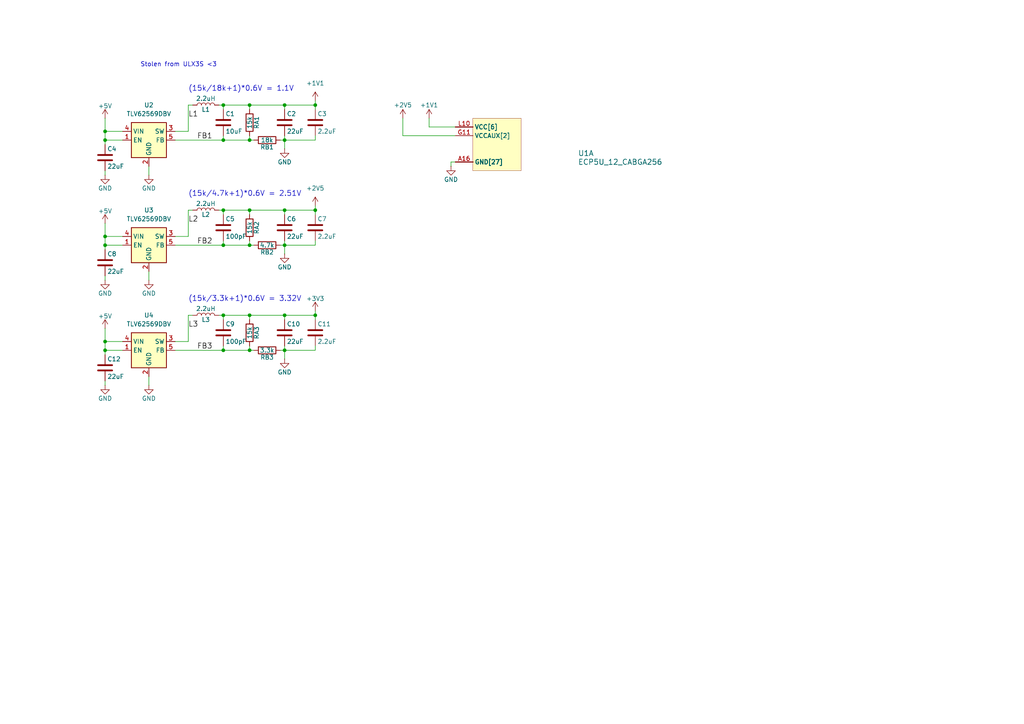
<source format=kicad_sch>
(kicad_sch (version 20250114) (generator "eeschema") (generator_version "9.0")
  (paper "A4")
  (lib_symbols
    (symbol "+1V1_1" (power) (pin_numbers (hide yes)) (pin_names (offset 0) (hide yes))
      (property "Value" "+1V1" (at 0 3.556 0))
      (symbol "+1V1_1_0_1"
        (polyline (pts (xy -0.762 1.27) (xy 0 2.54)))
        (polyline (pts (xy 0 2.54) (xy 0.762 1.27)))
        (polyline (pts (xy 0 0) (xy 0 2.54)))
      )
      (symbol "+1V1_1_1_1"
        (pin power_in line (at 0 0 90) (length 0) (name "~") (number "1"))
      )
    )
    (symbol "+2V5_1" (power) (pin_numbers (hide yes)) (pin_names (offset 0) (hide yes))
      (property "Value" "+2V5" (at 0 3.556 0))
      (symbol "+2V5_1_0_1"
        (polyline (pts (xy -0.762 1.27) (xy 0 2.54)))
        (polyline (pts (xy 0 2.54) (xy 0.762 1.27)))
        (polyline (pts (xy 0 0) (xy 0 2.54)))
      )
      (symbol "+2V5_1_1_1"
        (pin power_in line (at 0 0 90) (length 0) (name "~") (number "1"))
      )
    )
    (symbol "Device:C" (pin_numbers (hide yes)) (pin_names (offset 0.254))
      (property "Reference" "C" (at 0.635 2.54 0))
      (property "Value" "C" (at 0.635 -2.54 0))
      (symbol "C_0_1"
        (polyline (pts (xy -2.032 0.762) (xy 2.032 0.762)) (stroke (width 0.508)))
        (polyline (pts (xy -2.032 -0.762) (xy 2.032 -0.762)) (stroke (width 0.508)))
      )
      (symbol "C_1_1"
        (pin passive line (at 0 3.81 270) (length 2.794) (name "~") (number "1"))
        (pin passive line (at 0 -3.81 90) (length 2.794) (name "~") (number "2"))
      )
    )
    (symbol "Device:L" (pin_numbers (hide yes)) (pin_names (offset 1.016) (hide yes))
      (property "Reference" "L" (at -1.27 0 90))
      (property "Value" "L" (at 1.905 0 90))
      (symbol "L_0_1"
        (arc (start 0 2.54) (mid 0.6323 1.905) (end 0 1.27))
        (arc (start 0 1.27) (mid 0.6323 0.635) (end 0 0))
        (arc (start 0 0) (mid 0.6323 -0.635) (end 0 -1.27))
        (arc (start 0 -1.27) (mid 0.6323 -1.905) (end 0 -2.54))
      )
      (symbol "L_1_1"
        (pin passive line (at 0 3.81 270) (length 1.27) (name "1") (number "1"))
        (pin passive line (at 0 -3.81 90) (length 1.27) (name "2") (number "2"))
      )
    )
    (symbol "Device:R" (pin_numbers (hide yes)) (pin_names (offset 0))
      (property "Reference" "R" (at 2.032 0 90))
      (property "Value" "R" (at 0 0 90))
      (symbol "R_0_1"
        (rectangle (start -1.016 -2.54) (end 1.016 2.54) (stroke (width 0.254)))
      )
      (symbol "R_1_1"
        (pin passive line (at 0 3.81 270) (length 1.27) (name "~") (number "1"))
        (pin passive line (at 0 -3.81 90) (length 1.27) (name "~") (number "2"))
      )
    )
    (symbol "Regulator_Switching:TLV62569DBV"
      (property "Reference" "U" (at -5.08 6.35 0))
      (property "Value" "TLV62569DBV" (at 0 6.35 0))
      (symbol "TLV62569DBV_0_1"
        (rectangle (start -5.08 5.08) (end 5.08 -5.08) (stroke (width 0.254)) (fill (type background)))
      )
      (symbol "TLV62569DBV_1_1"
        (pin power_in line (at -7.62 2.54 0) (length 2.54) (name "VIN") (number "4"))
        (pin input line (at -7.62 0 0) (length 2.54) (name "EN") (number "1"))
        (pin power_in line (at 0 -7.62 90) (length 2.54) (name "GND") (number "2"))
        (pin power_out line (at 7.62 2.54 180) (length 2.54) (name "SW") (number "3"))
        (pin input line (at 7.62 0 180) (length 2.54) (name "FB") (number "5"))
      )
    )
    (symbol "josh-ic:ECP5U_12_CABGA256"
      (property "Reference" "U1" (at 22.86 -2.5399 0))
      (property "Value" "ECP5U_12_CABGA256" (at 22.86 -5.0799 0))
      (symbol "ECP5U_12_CABGA256_1_1"
        (rectangle (start -7.62 7.62) (end 6.35 -7.62) (stroke (width 0.001)) (fill (type background)))
        (pin power_in line (at -12.7 5.08 0) (length 5.08) (name "VCC[6]") (number "G6"))
        (pin power_in line (at -12.7 5.08 0) (length 5.08) (name "VCC[6]") (number "G7"))
        (pin power_in line (at -12.7 5.08 0) (length 5.08) (name "VCC[6]") (number "G9"))
        (pin power_in line (at -12.7 5.08 0) (length 5.08) (name "VCC[6]") (number "L10"))
        (pin power_in line (at -12.7 5.08 0) (length 5.08) (name "VCC[6]") (number "L8"))
        (pin power_in line (at -12.7 5.08 0) (length 5.08) (name "VCC[6]") (number "L9"))
        (pin power_in line (at -12.7 2.54 0) (length 5.08) (name "VCCAUX[2]") (number "G11"))
        (pin power_in line (at -12.7 2.54 0) (length 5.08) (name "VCCAUX[2]") (number "L7"))
        (pin power_in line (at -12.7 -5.08 0) (length 5.08) (name "GND[27]") (number "A1"))
        (pin power_in line (at -12.7 -5.08 0) (length 5.08) (name "GND[27]") (number "A16"))
        (pin power_in line (at -12.7 -5.08 0) (length 5.08) (name "GND[27]") (number "D15"))
        (pin power_in line (at -12.7 -5.08 0) (length 5.08) (name "GND[27]") (number "D2"))
        (pin power_in line (at -12.7 -5.08 0) (length 5.08) (name "GND[27]") (number "F8"))
        (pin power_in line (at -12.7 -5.08 0) (length 5.08) (name "GND[27]") (number "F9"))
        (pin power_in line (at -12.7 -5.08 0) (length 5.08) (name "GND[27]") (number "G10"))
        (pin power_in line (at -12.7 -5.08 0) (length 5.08) (name "GND[27]") (number "G8"))
        (pin power_in line (at -12.7 -5.08 0) (length 5.08) (name "GND[27]") (number "H1"))
        (pin power_in line (at -12.7 -5.08 0) (length 5.08) (name "GND[27]") (number "H10"))
        (pin power_in line (at -12.7 -5.08 0) (length 5.08) (name "GND[27]") (number "H16"))
        (pin power_in line (at -12.7 -5.08 0) (length 5.08) (name "GND[27]") (number "H8"))
        (pin power_in line (at -12.7 -5.08 0) (length 5.08) (name "GND[27]") (number "H9"))
        (pin power_in line (at -12.7 -5.08 0) (length 5.08) (name "GND[27]") (number "J10"))
        (pin power_in line (at -12.7 -5.08 0) (length 5.08) (name "GND[27]") (number "J8"))
        (pin power_in line (at -12.7 -5.08 0) (length 5.08) (name "GND[27]") (number "J9"))
        (pin power_in line (at -12.7 -5.08 0) (length 5.08) (name "GND[27]") (number "K10"))
        (pin power_in line (at -12.7 -5.08 0) (length 5.08) (name "GND[27]") (number "K6"))
        (pin power_in line (at -12.7 -5.08 0) (length 5.08) (name "GND[27]") (number "K7"))
        (pin power_in line (at -12.7 -5.08 0) (length 5.08) (name "GND[27]") (number "K8"))
        (pin power_in line (at -12.7 -5.08 0) (length 5.08) (name "GND[27]") (number "K9"))
        (pin power_in line (at -12.7 -5.08 0) (length 5.08) (name "GND[27]") (number "N15"))
        (pin power_in line (at -12.7 -5.08 0) (length 5.08) (name "GND[27]") (number "N2"))
        (pin power_in line (at -12.7 -5.08 0) (length 5.08) (name "GND[27]") (number "T1"))
        (pin power_in line (at -12.7 -5.08 0) (length 5.08) (name "GND[27]") (number "T12"))
        (pin power_in line (at -12.7 -5.08 0) (length 5.08) (name "GND[27]") (number "T16"))
        (pin power_in line (at -12.7 -5.08 0) (length 5.08) (name "GND[27]") (number "T5"))
      )
      (symbol "ECP5U_12_CABGA256_2_1"
        (rectangle (start -16.51 40.64) (end 8.89 -27.94) (stroke (width 0.305)) (fill (type background)))
        (pin power_in line (at -21.59 38.1 0) (length 5.08) (name "VCCIO0[2]") (number "F6"))
        (pin power_in line (at -21.59 38.1 0) (length 5.08) (name "VCCIO0[2]") (number "F7"))
        (pin bidirectional line (at -21.59 33.02 0) (length 5.08) (name "PT4A/+") (number "A2"))
        (pin bidirectional line (at -21.59 30.48 0) (length 5.08) (name "PT4B/-") (number "B3"))
        (pin bidirectional line (at -21.59 27.94 0) (length 5.08) (name "PT6A/+") (number "A3"))
        (pin bidirectional line (at -21.59 25.4 0) (length 5.08) (name "PT6B/-") (number "A4"))
        (pin bidirectional line (at -21.59 22.86 0) (length 5.08) (name "PT9A/+") (number "E4"))
        (pin bidirectional line (at -21.59 20.32 0) (length 5.08) (name "PT9B/-") (number "D4"))
        (pin bidirectional line (at -21.59 17.78 0) (length 5.08) (name "PT11A/+") (number "C4"))
        (pin bidirectional line (at -21.59 15.24 0) (length 5.08) (name "PT11B/-") (number "B4"))
        (pin bidirectional line (at -21.59 12.7 0) (length 5.08) (name "PT13A/+") (number "E5"))
        (pin bidirectional line (at -21.59 10.16 0) (length 5.08) (name "PT13B/-") (number "D5"))
        (pin bidirectional line (at -21.59 7.62 0) (length 5.08) (name "PT15A/+") (number "C5"))
        (pin bidirectional line (at -21.59 5.08 0) (length 5.08) (name "PT15B/-") (number "B5"))
        (pin bidirectional line (at -21.59 2.54 0) (length 5.08) (name "PT18A/+") (number "A5"))
        (pin bidirectional line (at -21.59 0 0) (length 5.08) (name "PT18B/-") (number "A6"))
        (pin bidirectional line (at -21.59 -2.54 0) (length 5.08) (name "PT20A/+") (number "E6"))
        (pin bidirectional line (at -21.59 -5.08 0) (length 5.08) (name "PT20B/-") (number "D6"))
        (pin bidirectional line (at -21.59 -7.62 0) (length 5.08) (name "PT22A/+") (number "C6"))
        (pin bidirectional line (at -21.59 -10.16 0) (length 5.08) (name "PT22B/-") (number "B6"))
        (pin bidirectional line (at -21.59 -12.7 0) (length 5.08) (name "PT24A/+/GR_PCLK0_1") (number "E7"))
        (pin bidirectional line (at -21.59 -15.24 0) (length 5.08) (name "PT24B/-/GR_PCLK0_0") (number "D7"))
        (pin bidirectional line (at -21.59 -17.78 0) (length 5.08) (name "PT27A/+/PCLKT0_1") (number "C7"))
        (pin bidirectional line (at -21.59 -20.32 0) (length 5.08) (name "PT27B/-/PCLKC0_1") (number "B7"))
        (pin bidirectional line (at -21.59 -22.86 0) (length 5.08) (name "PT29A/+/PCLKT0_0") (number "A7"))
        (pin bidirectional line (at -21.59 -25.4 0) (length 5.08) (name "PT29B/-/PCLKC0_0") (number "A8"))
      )
      (symbol "ECP5U_12_CABGA256_3_1"
        (rectangle (start -16.51 40.64) (end 8.89 -48.26) (stroke (width 0.305)) (fill (type background)))
        (pin power_in line (at -21.59 38.1 0) (length 5.08) (name "VCCIO1[2]") (number "F10"))
        (pin power_in line (at -21.59 38.1 0) (length 5.08) (name "VCCIO1[2]") (number "F11"))
        (pin bidirectional line (at -21.59 33.02 0) (length 5.08) (name "PT33A/+/PCLKT1_1") (number "E8"))
        (pin bidirectional line (at -21.59 30.48 0) (length 5.08) (name "PT33B/-/PCLKC1_1") (number "D8"))
        (pin bidirectional line (at -21.59 27.94 0) (length 5.08) (name "PT35A/+/PCLKT1_0") (number "C8"))
        (pin bidirectional line (at -21.59 25.4 0) (length 5.08) (name "PT35B/-/PCLKC1_0") (number "B8"))
        (pin bidirectional line (at -21.59 22.86 0) (length 5.08) (name "PT38A/+/GR_PCLK1_0") (number "B9"))
        (pin bidirectional line (at -21.59 20.32 0) (length 5.08) (name "PT38B/-/GR_PCLK1_1") (number "C9"))
        (pin bidirectional line (at -21.59 17.78 0) (length 5.08) (name "PT40A/+") (number "D9"))
        (pin bidirectional line (at -21.59 15.24 0) (length 5.08) (name "PT40B/-") (number "E9"))
        (pin bidirectional line (at -21.59 12.7 0) (length 5.08) (name "PT42A/+") (number "A9"))
        (pin bidirectional line (at -21.59 10.16 0) (length 5.08) (name "PT42B/-") (number "A10"))
        (pin bidirectional line (at -21.59 7.62 0) (length 5.08) (name "PT44A/+") (number "B10"))
        (pin bidirectional line (at -21.59 5.08 0) (length 5.08) (name "PT44B/-") (number "C10"))
        (pin bidirectional line (at -21.59 2.54 0) (length 5.08) (name "PT47A/+") (number "D10"))
        (pin bidirectional line (at -21.59 0 0) (length 5.08) (name "PT47B/-") (number "E10"))
        (pin bidirectional line (at -21.59 -2.54 0) (length 5.08) (name "PT49A/+") (number "B11"))
        (pin bidirectional line (at -21.59 -5.08 0) (length 5.08) (name "PT49B/-") (number "C11"))
        (pin bidirectional line (at -21.59 -7.62 0) (length 5.08) (name "PT51A/+") (number "D11"))
        (pin bidirectional line (at -21.59 -10.16 0) (length 5.08) (name "PT51B/-") (number "E11"))
        (pin bidirectional line (at -21.59 -12.7 0) (length 5.08) (name "PT53A/+") (number "A11"))
        (pin bidirectional line (at -21.59 -15.24 0) (length 5.08) (name "PT53B/-") (number "A12"))
        (pin bidirectional line (at -21.59 -17.78 0) (length 5.08) (name "PT56A/+") (number "B12"))
        (pin bidirectional line (at -21.59 -20.32 0) (length 5.08) (name "PT56B/-") (number "C12"))
        (pin bidirectional line (at -21.59 -22.86 0) (length 5.08) (name "PT58A/+") (number "D12"))
        (pin bidirectional line (at -21.59 -25.4 0) (length 5.08) (name "PT58B/-") (number "E12"))
        (pin bidirectional line (at -21.59 -27.94 0) (length 5.08) (name "PT60A/+") (number "B13"))
        (pin bidirectional line (at -21.59 -30.48 0) (length 5.08) (name "PT60B/-") (number "C13"))
        (pin bidirectional line (at -21.59 -33.02 0) (length 5.08) (name "PT62A/+") (number "D13"))
        (pin bidirectional line (at -21.59 -35.56 0) (length 5.08) (name "PT62B/-") (number "E13"))
        (pin bidirectional line (at -21.59 -38.1 0) (length 5.08) (name "PT65A/+") (number "A13"))
        (pin bidirectional line (at -21.59 -40.64 0) (length 5.08) (name "PT65B/-") (number "A14"))
        (pin bidirectional line (at -21.59 -43.18 0) (length 5.08) (name "PT67A/+") (number "B14"))
        (pin bidirectional line (at -21.59 -45.72 0) (length 5.08) (name "PT67B/-") (number "A15"))
      )
      (symbol "ECP5U_12_CABGA256_4_1"
        (rectangle (start -16.51 40.64) (end 21.59 -48.26) (stroke (width 0.305)) (fill (type background)))
        (pin power_in line (at -21.59 38.1 0) (length 5.08) (name "VCCIO2[2]") (number "H11"))
        (pin power_in line (at -21.59 38.1 0) (length 5.08) (name "VCCIO2[2]") (number "J11"))
        (pin bidirectional line (at -21.59 33.02 0) (length 5.08) (name "PR2A/+/HS/RDQ8") (number "B16"))
        (pin bidirectional line (at -21.59 30.48 0) (length 5.08) (name "PR2B/-/S0_IN/HS/RDQ8") (number "B15"))
        (pin bidirectional line (at -21.59 27.94 0) (length 5.08) (name "PR2C/+/RDQ8") (number "C14"))
        (pin bidirectional line (at -21.59 25.4 0) (length 5.08) (name "PR2D/-/RDQ8") (number "D14"))
        (pin bidirectional line (at -21.59 22.86 0) (length 5.08) (name "PR5A/+/HS/RDQ8") (number "C16"))
        (pin bidirectional line (at -21.59 20.32 0) (length 5.08) (name "PR5B/-/HS/RDQ8") (number "C15"))
        (pin bidirectional line (at -21.59 17.78 0) (length 5.08) (name "PR5C/+/RDQ8") (number "E14"))
        (pin bidirectional line (at -21.59 15.24 0) (length 5.08) (name "PR5D/-/RDQ8") (number "F14"))
        (pin bidirectional line (at -21.59 12.7 0) (length 5.08) (name "PR8A/+/HS/RDQS8") (number "D16"))
        (pin bidirectional line (at -21.59 10.16 0) (length 5.08) (name "PR8B/-/HS/RDQSN8") (number "E15"))
        (pin bidirectional line (at -21.59 7.62 0) (length 5.08) (name "PR8C/+/RDQ8") (number "F13"))
        (pin bidirectional line (at -21.59 5.08 0) (length 5.08) (name "PR8D/-/RDQ8") (number "F12"))
        (pin bidirectional line (at -21.59 2.54 0) (length 5.08) (name "PR11A/+/HS/RDQ8") (number "G12"))
        (pin bidirectional line (at -21.59 0 0) (length 5.08) (name "PR11B/-/HS/RDQ8") (number "G13"))
        (pin bidirectional line (at -21.59 -2.54 0) (length 5.08) (name "PR11C/+/RDQ8") (number "F15"))
        (pin bidirectional line (at -21.59 -5.08 0) (length 5.08) (name "PR11D/-/RDQ8") (number "E16"))
        (pin bidirectional line (at -21.59 -7.62 0) (length 5.08) (name "PR14A/+/HS/RDQ20") (number "F16"))
        (pin bidirectional line (at -21.59 -10.16 0) (length 5.08) (name "PR14B/-/HS/RDQ20") (number "G15"))
        (pin bidirectional line (at -21.59 -12.7 0) (length 5.08) (name "PR14C/+/VREF1_2/RDQ20") (number "G14"))
        (pin bidirectional line (at -21.59 -15.24 0) (length 5.08) (name "PR14D/-/RDQ20") (number "H14"))
        (pin bidirectional line (at -21.59 -17.78 0) (length 5.08) (name "PR17A/+/HS/RDQ20") (number "H12"))
        (pin bidirectional line (at -21.59 -20.32 0) (length 5.08) (name "PR17B/-/HS/RDQ20") (number "H13"))
        (pin bidirectional line (at -21.59 -22.86 0) (length 5.08) (name "PR17C/+/RDQ20") (number "J13"))
        (pin bidirectional line (at -21.59 -25.4 0) (length 5.08) (name "PR17D/-/RDQ20") (number "J12"))
        (pin bidirectional line (at -21.59 -27.94 0) (length 5.08) (name "PR20A/+/GR_PCLK2_1/HS/RDQS20") (number "G16"))
        (pin bidirectional line (at -21.59 -30.48 0) (length 5.08) (name "PR20B/-/HS/RDQSN20") (number "H15"))
        (pin bidirectional line (at -21.59 -33.02 0) (length 5.08) (name "PR20C/+/GR_PCLK2_0/RDQ20") (number "J14"))
        (pin bidirectional line (at -21.59 -35.56 0) (length 5.08) (name "PR20D/-/RDQ20") (number "K14"))
        (pin bidirectional line (at -21.59 -38.1 0) (length 5.08) (name "PR23A/+/PCLKT2_1/HS/RDQ20") (number "J16"))
        (pin bidirectional line (at -21.59 -40.64 0) (length 5.08) (name "PR23B/-/PCLKC2_1/HS/RDQ20") (number "J15"))
        (pin bidirectional line (at -21.59 -43.18 0) (length 5.08) (name "PR23C/+/PCLKT2_0/RDQ20") (number "K16"))
        (pin bidirectional line (at -21.59 -45.72 0) (length 5.08) (name "PR23D/-/PCLKC2_0/RDQ20") (number "K15"))
      )
      (symbol "ECP5U_12_CABGA256_5_1"
        (rectangle (start -16.51 40.64) (end 19.05 -48.26) (stroke (width 0.305)) (fill (type background)))
        (pin power_in line (at -21.59 38.1 0) (length 5.08) (name "VCCIO3[2]") (number "K11"))
        (pin power_in line (at -21.59 38.1 0) (length 5.08) (name "VCCIO3[2]") (number "L11"))
        (pin bidirectional line (at -21.59 33.02 0) (length 5.08) (name "PR26A/+/PCLKT3_1/HS/RDQ32") (number "L16"))
        (pin bidirectional line (at -21.59 30.48 0) (length 5.08) (name "PR26B/-/PCLKC3_1/HS/RDQ32") (number "L15"))
        (pin bidirectional line (at -21.59 27.94 0) (length 5.08) (name "PR26C/+/PCLKT3_0/RDQ32") (number "M16"))
        (pin bidirectional line (at -21.59 25.4 0) (length 5.08) (name "PR26D/-/PCLKC3_0/RDQ32") (number "M15"))
        (pin bidirectional line (at -21.59 22.86 0) (length 5.08) (name "PR29A/+/GR_PCLK3_0/HS/RDQ32") (number "K13"))
        (pin bidirectional line (at -21.59 20.32 0) (length 5.08) (name "PR29B/-/HS/RDQ32") (number "K12"))
        (pin bidirectional line (at -21.59 17.78 0) (length 5.08) (name "PR29C/+/GR_PCLK3_1/RDQ32") (number "L13"))
        (pin bidirectional line (at -21.59 15.24 0) (length 5.08) (name "PR29D/-/RDQ32") (number "L12"))
        (pin bidirectional line (at -21.59 12.7 0) (length 5.08) (name "PR32A/+/HS/RDQS32") (number "N16"))
        (pin bidirectional line (at -21.59 10.16 0) (length 5.08) (name "PR32B/-/HS/RDQSN32") (number "P15"))
        (pin bidirectional line (at -21.59 7.62 0) (length 5.08) (name "PR32C/+/RDQ32") (number "L14"))
        (pin bidirectional line (at -21.59 5.08 0) (length 5.08) (name "PR32D/-/RDQ32") (number "M14"))
        (pin bidirectional line (at -21.59 2.54 0) (length 5.08) (name "PR35A/+/HS/RDQ32") (number "P16"))
        (pin bidirectional line (at -21.59 0 0) (length 5.08) (name "PR35B/-/VREF1_3/HS/RDQ32") (number "R16"))
        (pin bidirectional line (at -21.59 -2.54 0) (length 5.08) (name "PR35C/+/RDQ32") (number "M13"))
        (pin bidirectional line (at -21.59 -5.08 0) (length 5.08) (name "PR35D/-/RDQ32") (number "N14"))
        (pin bidirectional line (at -21.59 -7.62 0) (length 5.08) (name "PR38A/+/HS/RDQ44") (number "N13"))
        (pin bidirectional line (at -21.59 -10.16 0) (length 5.08) (name "PR38B/-/HS/RDQ44") (number "P14"))
        (pin bidirectional line (at -21.59 -12.7 0) (length 5.08) (name "PR38C/+/RDQ44") (number "R15"))
        (pin bidirectional line (at -21.59 -15.24 0) (length 5.08) (name "PR38D/-/RDQ44") (number "T15"))
        (pin bidirectional line (at -21.59 -17.78 0) (length 5.08) (name "PR41A/+/HS/RDQ44") (number "P13"))
        (pin bidirectional line (at -21.59 -20.32 0) (length 5.08) (name "PR41B/-/HS/RDQ44") (number "R14"))
        (pin bidirectional line (at -21.59 -22.86 0) (length 5.08) (name "PR41C/+/RDQ44") (number "R13"))
        (pin bidirectional line (at -21.59 -25.4 0) (length 5.08) (name "PR41D/-/RDQ44") (number "T14"))
        (pin bidirectional line (at -21.59 -27.94 0) (length 5.08) (name "PR44A/+/HS/RDQS44") (number "R12"))
        (pin bidirectional line (at -21.59 -30.48 0) (length 5.08) (name "PR44B/-/HS/RDQSN44") (number "T13"))
        (pin bidirectional line (at -21.59 -33.02 0) (length 5.08) (name "PR44C/+/RDQ44") (number "M12"))
        (pin bidirectional line (at -21.59 -35.56 0) (length 5.08) (name "PR44D/-/RDQ44") (number "N12"))
        (pin bidirectional line (at -21.59 -38.1 0) (length 5.08) (name "PR47A/+/HS/RDQ44") (number "M11"))
        (pin bidirectional line (at -21.59 -40.64 0) (length 5.08) (name "PR47B/-/HS/RDQ44") (number "N11"))
        (pin bidirectional line (at -21.59 -43.18 0) (length 5.08) (name "PR47C/+/LRC_GPLL0T_IN/RDQ44") (number "P11"))
        (pin bidirectional line (at -21.59 -45.72 0) (length 5.08) (name "PR47D/-/LRC_GPLL0C_IN/RDQ44") (number "P12"))
      )
      (symbol "ECP5U_12_CABGA256_6_1"
        (rectangle (start -16.51 40.64) (end 19.05 -48.26) (stroke (width 0.305)) (fill (type background)))
        (pin power_in line (at -21.59 38.1 0) (length 5.08) (name "VCCIO6[2]") (number "J6"))
        (pin power_in line (at -21.59 38.1 0) (length 5.08) (name "VCCIO6[2]") (number "J7"))
        (pin bidirectional line (at -21.59 33.02 0) (length 5.08) (name "PL26A/+/PCLKT6_1/HS/LDQ32") (number "L1"))
        (pin bidirectional line (at -21.59 30.48 0) (length 5.08) (name "PL26B/-/PCLKC6_1/HS/LDQ32") (number "L2"))
        (pin bidirectional line (at -21.59 27.94 0) (length 5.08) (name "PL26C/+/PCLKT6_0/LDQ32") (number "M1"))
        (pin bidirectional line (at -21.59 25.4 0) (length 5.08) (name "PL26D/-/PCLKC6_0/LDQ32") (number "M2"))
        (pin bidirectional line (at -21.59 22.86 0) (length 5.08) (name "PL29A/+/GR_PCLK6_0/HS/LDQ32") (number "K4"))
        (pin bidirectional line (at -21.59 20.32 0) (length 5.08) (name "PL29B/-/HS/LDQ32") (number "K5"))
        (pin bidirectional line (at -21.59 17.78 0) (length 5.08) (name "PL29C/+/GR_PCLK6_1/LDQ32") (number "L4"))
        (pin bidirectional line (at -21.59 15.24 0) (length 5.08) (name "PL29D/-/LDQ32") (number "L5"))
        (pin bidirectional line (at -21.59 12.7 0) (length 5.08) (name "PL32A/+/HS/LDQS32") (number "N1"))
        (pin bidirectional line (at -21.59 10.16 0) (length 5.08) (name "PL32B/-/HS/LDQSN32") (number "P2"))
        (pin bidirectional line (at -21.59 7.62 0) (length 5.08) (name "PL32C/+/LDQ32") (number "L3"))
        (pin bidirectional line (at -21.59 5.08 0) (length 5.08) (name "PL32D/-/LDQ32") (number "M3"))
        (pin bidirectional line (at -21.59 2.54 0) (length 5.08) (name "PL35A/+/HS/LDQ32") (number "P1"))
        (pin bidirectional line (at -21.59 0 0) (length 5.08) (name "PL35B/-/VREF1_6/HS/LDQ32") (number "R1"))
        (pin bidirectional line (at -21.59 -2.54 0) (length 5.08) (name "PL35C/+/LDQ32") (number "M4"))
        (pin bidirectional line (at -21.59 -5.08 0) (length 5.08) (name "PL35D/-/LDQ32") (number "N3"))
        (pin bidirectional line (at -21.59 -7.62 0) (length 5.08) (name "PL38A/+/HS/LDQ44") (number "N4"))
        (pin bidirectional line (at -21.59 -10.16 0) (length 5.08) (name "PL38B/-/HS/LDQ44") (number "P3"))
        (pin bidirectional line (at -21.59 -12.7 0) (length 5.08) (name "PL38C/+/LDQ44") (number "R2"))
        (pin bidirectional line (at -21.59 -15.24 0) (length 5.08) (name "PL38D/-/LDQ44") (number "T2"))
        (pin bidirectional line (at -21.59 -17.78 0) (length 5.08) (name "PL41A/+/HS/LDQ44") (number "P4"))
        (pin bidirectional line (at -21.59 -20.32 0) (length 5.08) (name "PL41B/-/HS/LDQ44") (number "R3"))
        (pin bidirectional line (at -21.59 -22.86 0) (length 5.08) (name "PL41C/+/LDQ44") (number "R4"))
        (pin bidirectional line (at -21.59 -25.4 0) (length 5.08) (name "PL41D/-/LDQ44") (number "T3"))
        (pin bidirectional line (at -21.59 -27.94 0) (length 5.08) (name "PL44A/+/HS/LDQS44") (number "R5"))
        (pin bidirectional line (at -21.59 -30.48 0) (length 5.08) (name "PL44B/-/HS/LDQSN44") (number "T4"))
        (pin bidirectional line (at -21.59 -33.02 0) (length 5.08) (name "PL44C/+/LDQ44") (number "M5"))
        (pin bidirectional line (at -21.59 -35.56 0) (length 5.08) (name "PL44D/-/LDQ44") (number "N5"))
        (pin bidirectional line (at -21.59 -38.1 0) (length 5.08) (name "PL47A/+/HS/LDQ44") (number "M6"))
        (pin bidirectional line (at -21.59 -40.64 0) (length 5.08) (name "PL47B/-/HS/LDQ44") (number "N6"))
        (pin bidirectional line (at -21.59 -43.18 0) (length 5.08) (name "PL47C/+/LLC_GPLL0T_IN/LDQ44") (number "P6"))
        (pin bidirectional line (at -21.59 -45.72 0) (length 5.08) (name "PL47D/-/LLC_GPLL0C_IN/LDQ44") (number "P5"))
      )
      (symbol "ECP5U_12_CABGA256_7_1"
        (rectangle (start -16.51 40.64) (end 20.32 -46.99) (stroke (width 0.305)) (fill (type background)))
        (pin power_in line (at -21.59 38.1 0) (length 5.08) (name "VCCIO7[2]") (number "H6"))
        (pin power_in line (at -21.59 38.1 0) (length 5.08) (name "VCCIO7[2]") (number "H7"))
        (pin bidirectional line (at -21.59 34.29 0) (length 5.08) (name "PL2A/+/HS/LDQ8") (number "B1"))
        (pin bidirectional line (at -21.59 31.75 0) (length 5.08) (name "PL2B/-/HS/LDQ8") (number "B2"))
        (pin bidirectional line (at -21.59 29.21 0) (length 5.08) (name "PL2C/+/LDQ8") (number "C3"))
        (pin bidirectional line (at -21.59 26.67 0) (length 5.08) (name "PL2D/-/LDQ8") (number "D3"))
        (pin bidirectional line (at -21.59 24.13 0) (length 5.08) (name "PL5A/+/HS/LDQ8") (number "C1"))
        (pin bidirectional line (at -21.59 21.59 0) (length 5.08) (name "PL5B/-/HS/LDQ8") (number "C2"))
        (pin bidirectional line (at -21.59 19.05 0) (length 5.08) (name "PL5C/+/LDQ8") (number "E3"))
        (pin bidirectional line (at -21.59 16.51 0) (length 5.08) (name "PL5D/-/LDQ8") (number "F3"))
        (pin bidirectional line (at -21.59 13.97 0) (length 5.08) (name "PL8A/+/HS/LDQS8") (number "D1"))
        (pin bidirectional line (at -21.59 11.43 0) (length 5.08) (name "PL8B/-/HS/LDQSN8") (number "E2"))
        (pin bidirectional line (at -21.59 8.89 0) (length 5.08) (name "PL8C/+/LDQ8") (number "F4"))
        (pin bidirectional line (at -21.59 6.35 0) (length 5.08) (name "PL8D/-/LDQ8") (number "F5"))
        (pin bidirectional line (at -21.59 3.81 0) (length 5.08) (name "PL11A/+/HS/LDQ8") (number "G5"))
        (pin bidirectional line (at -21.59 1.27 0) (length 5.08) (name "PL11B/-/HS/LDQ8") (number "G4"))
        (pin bidirectional line (at -21.59 -1.27 0) (length 5.08) (name "PL11C/+/LDQ8") (number "F2"))
        (pin bidirectional line (at -21.59 -3.81 0) (length 5.08) (name "PL11D/-/LDQ8") (number "E1"))
        (pin bidirectional line (at -21.59 -6.35 0) (length 5.08) (name "PL14A/+/HS/LDQ20") (number "F1"))
        (pin bidirectional line (at -21.59 -8.89 0) (length 5.08) (name "PL14B/-/HS/LDQ20") (number "G2"))
        (pin bidirectional line (at -21.59 -11.43 0) (length 5.08) (name "PL14C/+/VREF1_7/LDQ20") (number "G3"))
        (pin bidirectional line (at -21.59 -13.97 0) (length 5.08) (name "PL14D/-/LDQ20") (number "H3"))
        (pin bidirectional line (at -21.59 -16.51 0) (length 5.08) (name "PL17A/+/HS/LDQ20") (number "H5"))
        (pin bidirectional line (at -21.59 -19.05 0) (length 5.08) (name "PL17B/-/HS/LDQ20") (number "H4"))
        (pin bidirectional line (at -21.59 -21.59 0) (length 5.08) (name "PL17C/+/LDQ20") (number "J4"))
        (pin bidirectional line (at -21.59 -24.13 0) (length 5.08) (name "PL17D/-/LDQ20") (number "J5"))
        (pin bidirectional line (at -21.59 -26.67 0) (length 5.08) (name "PL20A/+/GR_PCLK7_1/HS/LDQS20") (number "G1"))
        (pin bidirectional line (at -21.59 -29.21 0) (length 5.08) (name "PL20B/-/HS/LDQSN20") (number "H2"))
        (pin bidirectional line (at -21.59 -31.75 0) (length 5.08) (name "PL20C/+/GR_PCLK7_0/LDQ20") (number "J3"))
        (pin bidirectional line (at -21.59 -34.29 0) (length 5.08) (name "PL20D/-/LDQ20") (number "K3"))
        (pin bidirectional line (at -21.59 -36.83 0) (length 5.08) (name "PL23A/+/PCLKT7_1/HS/LDQ20") (number "J1"))
        (pin bidirectional line (at -21.59 -39.37 0) (length 5.08) (name "PL23B/-/PCLKC7_1/HS/LDQ20") (number "J2"))
        (pin bidirectional line (at -21.59 -41.91 0) (length 5.08) (name "PL23C/+/PCLKT7_0/LDQ20") (number "K1"))
        (pin bidirectional line (at -21.59 -44.45 0) (length 5.08) (name "PL23D/-/PCLKC7_0/LDQ20") (number "K2"))
      )
      (symbol "ECP5U_12_CABGA256_8_1"
        (rectangle (start -16.51 40.64) (end 25.4 -17.78) (stroke (width 0.305)) (fill (type background)))
        (pin power_in line (at -21.59 38.1 0) (length 5.08) (name "VCCIO8") (number "L6"))
        (pin bidirectional line (at -21.59 33.02 0) (length 5.08) (name "CCLK/MCLK/SCK") (number "N9"))
        (pin bidirectional line (at -21.59 30.48 0) (length 5.08) (name "CFG_0") (number "N10"))
        (pin bidirectional line (at -21.59 27.94 0) (length 5.08) (name "CFG_1") (number "P10"))
        (pin bidirectional line (at -21.59 25.4 0) (length 5.08) (name "CFG_2") (number "R10"))
        (pin bidirectional line (at -21.59 22.86 0) (length 5.08) (name "DONE") (number "P9"))
        (pin bidirectional line (at -21.59 20.32 0) (length 5.08) (name "INITN") (number "T9"))
        (pin bidirectional line (at -21.59 17.78 0) (length 5.08) (name "PB4A/+/D7/IO7") (number "T6"))
        (pin bidirectional line (at -21.59 15.24 0) (length 5.08) (name "PB4B/-/D6/IO6") (number "R6"))
        (pin bidirectional line (at -21.59 12.7 0) (length 5.08) (name "PB6A/+/D5/MISO2/IO5") (number "R7"))
        (pin bidirectional line (at -21.59 10.16 0) (length 5.08) (name "PB6B/-/D4/MOSI2/IO4") (number "P7"))
        (pin bidirectional line (at -21.59 7.62 0) (length 5.08) (name "PB9A/+/D3/IO3") (number "N7"))
        (pin bidirectional line (at -21.59 5.08 0) (length 5.08) (name "PB9B/-/D2/IO2") (number "M7"))
        (pin bidirectional line (at -21.59 2.54 0) (length 5.08) (name "PB11A/+/D1/MISO/IO1") (number "T7"))
        (pin bidirectional line (at -21.59 0 0) (length 5.08) (name "PB11B/-/D0/MOSI/IO0") (number "T8"))
        (pin bidirectional line (at -21.59 -2.54 0) (length 5.08) (name "PB13A/+/SN/CSN") (number "R8"))
        (pin bidirectional line (at -21.59 -5.08 0) (length 5.08) (name "PB13B/-/CS1N") (number "P8"))
        (pin bidirectional line (at -21.59 -7.62 0) (length 5.08) (name "PB15A/+/HOLDN/DI/BUSY/CSSPIN/CEN") (number "N8"))
        (pin bidirectional line (at -21.59 -10.16 0) (length 5.08) (name "PB15B/-/DOUT/CSON") (number "M8"))
        (pin bidirectional line (at -21.59 -12.7 0) (length 5.08) (name "PB18A/WRITEN") (number "M9"))
        (pin bidirectional line (at -21.59 -15.24 0) (length 5.08) (name "PROGRAMN") (number "R9"))
      )
      (symbol "ECP5U_12_CABGA256_9_1"
        (rectangle (start -2.54 6.35) (end 5.08 -6.35) (stroke (width 0.305)) (fill (type background)))
        (pin bidirectional line (at -7.62 3.81 0) (length 5.08) (name "TCK") (number "T10"))
        (pin bidirectional line (at -7.62 1.27 0) (length 5.08) (name "TDI") (number "R11"))
        (pin bidirectional line (at -7.62 -1.27 0) (length 5.08) (name "TDO") (number "M10"))
        (pin bidirectional line (at -7.62 -3.81 0) (length 5.08) (name "TMS") (number "T11"))
      )
    )
    (symbol "power:+1V1" (power) (pin_names (offset 0))
      (property "Value" "+1V1" (at 0 3.556 0))
      (symbol "+1V1_0_1"
        (polyline (pts (xy -0.762 1.27) (xy 0 2.54)))
        (polyline (pts (xy 0 2.54) (xy 0.762 1.27)))
        (polyline (pts (xy 0 0) (xy 0 2.54)))
      )
      (symbol "+1V1_1_1"
        (pin power_in line (at 0 0 90) (length 0) (hide yes) (name "+1V1") (number "1"))
      )
    )
    (symbol "power:+2V5" (power) (pin_names (offset 0))
      (property "Value" "+2V5" (at 0 3.556 0))
      (symbol "+2V5_0_1"
        (polyline (pts (xy -0.762 1.27) (xy 0 2.54)))
        (polyline (pts (xy 0 2.54) (xy 0.762 1.27)))
        (polyline (pts (xy 0 0) (xy 0 2.54)))
      )
      (symbol "+2V5_1_1"
        (pin power_in line (at 0 0 90) (length 0) (hide yes) (name "+2V5") (number "1"))
      )
    )
    (symbol "power:+3V3" (power) (pin_numbers (hide yes)) (pin_names (offset 0) (hide yes))
      (property "Value" "+3V3" (at 0 3.556 0))
      (symbol "+3V3_0_1"
        (polyline (pts (xy -0.762 1.27) (xy 0 2.54)))
        (polyline (pts (xy 0 2.54) (xy 0.762 1.27)))
        (polyline (pts (xy 0 0) (xy 0 2.54)))
      )
      (symbol "+3V3_1_1"
        (pin power_in line (at 0 0 90) (length 0) (name "~") (number "1"))
      )
    )
    (symbol "power:+5V" (power) (pin_numbers (hide yes)) (pin_names (offset 0) (hide yes))
      (property "Value" "+5V" (at 0 3.556 0))
      (symbol "+5V_0_1"
        (polyline (pts (xy -0.762 1.27) (xy 0 2.54)))
        (polyline (pts (xy 0 2.54) (xy 0.762 1.27)))
        (polyline (pts (xy 0 0) (xy 0 2.54)))
      )
      (symbol "+5V_1_1"
        (pin power_in line (at 0 0 90) (length 0) (name "~") (number "1"))
      )
    )
    (symbol "power:GND" (power) (pin_numbers (hide yes)) (pin_names (offset 0) (hide yes))
      (property "Value" "GND" (at 0 -3.81 0))
      (symbol "GND_0_1"
        (polyline (pts (xy 0 0) (xy 0 -1.27) (xy 1.27 -1.27) (xy 0 -2.54) (xy -1.27 -1.27) (xy 0 -1.27)))
      )
      (symbol "GND_1_1"
        (pin power_in line (at 0 0 270) (length 0) (name "~") (number "1"))
      )
    )
  )
  (text "(15k/18k+1)*0.6V = 1.1V\n" (at 54.61 26.67 0) (effects (font (size 1.524 1.524)) (justify left bottom)))
  (text "(15k/4.7k+1)*0.6V = 2.51V\n" (at 54.61 57.15 0) (effects (font (size 1.524 1.524)) (justify left bottom)))
  (text "(15k/3.3k+1)*0.6V = 3.32V\n" (at 54.61 87.63 0) (effects (font (size 1.524 1.524)) (justify left bottom)))
  (text "Stolen from ULX3S <3" (at 51.816 18.796 0) (effects (font (size 1.27 1.27))))
  (junction (at 64.77 40.64))
  (junction (at 64.77 60.96))
  (junction (at 82.55 30.48))
  (junction (at 30.48 68.58))
  (junction (at 72.39 71.12))
  (junction (at 91.44 60.96))
  (junction (at 82.55 60.96))
  (junction (at 64.77 91.44))
  (junction (at 30.48 101.6))
  (junction (at 82.55 91.44))
  (junction (at 91.44 30.48))
  (junction (at 30.48 38.1))
  (junction (at 30.48 71.12))
  (junction (at 82.55 101.6))
  (junction (at 82.55 71.12))
  (junction (at 64.77 101.6))
  (junction (at 72.39 101.6))
  (junction (at 91.44 91.44))
  (junction (at 72.39 40.64))
  (junction (at 82.55 40.64))
  (junction (at 72.39 30.48))
  (junction (at 72.39 91.44))
  (junction (at 30.48 40.64))
  (junction (at 30.48 99.06))
  (junction (at 64.77 71.12))
  (junction (at 72.39 60.96))
  (junction (at 64.77 30.48))
  (wire (pts (xy 64.77 69.85) (xy 64.77 71.12)))
  (wire (pts (xy 54.61 91.44) (xy 54.61 99.06)))
  (wire (pts (xy 54.61 60.96) (xy 55.88 60.96)))
  (wire (pts (xy 124.46 34.29) (xy 124.46 36.83)))
  (wire (pts (xy 64.77 62.23) (xy 64.77 60.96)))
  (wire (pts (xy 124.46 36.83) (xy 132.08 36.83)))
  (wire (pts (xy 50.8 101.6) (xy 64.77 101.6)))
  (wire (pts (xy 82.55 30.48) (xy 82.55 31.75)))
  (wire (pts (xy 82.55 71.12) (xy 82.55 73.66)))
  (wire (pts (xy 64.77 92.71) (xy 64.77 91.44)))
  (wire (pts (xy 30.48 68.58) (xy 30.48 71.12)))
  (wire (pts (xy 30.48 110.49) (xy 30.48 111.76)))
  (wire (pts (xy 82.55 60.96) (xy 82.55 62.23)))
  (wire (pts (xy 116.84 39.37) (xy 132.08 39.37)))
  (wire (pts (xy 64.77 31.75) (xy 64.77 30.48)))
  (wire (pts (xy 30.48 40.64) (xy 35.56 40.64)))
  (wire (pts (xy 116.84 34.29) (xy 116.84 39.37)))
  (wire (pts (xy 54.61 91.44) (xy 55.88 91.44)))
  (wire (pts (xy 30.48 99.06) (xy 30.48 101.6)))
  (wire (pts (xy 91.44 101.6) (xy 91.44 100.33)))
  (wire (pts (xy 82.55 101.6) (xy 91.44 101.6)))
  (wire (pts (xy 91.44 60.96) (xy 91.44 62.23)))
  (wire (pts (xy 43.18 78.74) (xy 43.18 81.28)))
  (wire (pts (xy 63.5 91.44) (xy 64.77 91.44)))
  (wire (pts (xy 63.5 30.48) (xy 64.77 30.48)))
  (wire (pts (xy 72.39 40.64) (xy 73.66 40.64)))
  (wire (pts (xy 64.77 71.12) (xy 72.39 71.12)))
  (wire (pts (xy 30.48 64.77) (xy 30.48 68.58)))
  (wire (pts (xy 72.39 91.44) (xy 82.55 91.44)))
  (wire (pts (xy 72.39 101.6) (xy 72.39 100.33)))
  (wire (pts (xy 82.55 71.12) (xy 91.44 71.12)))
  (wire (pts (xy 82.55 91.44) (xy 82.55 92.71)))
  (wire (pts (xy 30.48 40.64) (xy 30.48 41.91)))
  (wire (pts (xy 91.44 29.21) (xy 91.44 30.48)))
  (wire (pts (xy 81.28 40.64) (xy 82.55 40.64)))
  (wire (pts (xy 81.28 71.12) (xy 82.55 71.12)))
  (wire (pts (xy 54.61 30.48) (xy 55.88 30.48)))
  (wire (pts (xy 64.77 91.44) (xy 72.39 91.44)))
  (wire (pts (xy 82.55 40.64) (xy 91.44 40.64)))
  (wire (pts (xy 91.44 91.44) (xy 91.44 92.71)))
  (wire (pts (xy 72.39 71.12) (xy 72.39 69.85)))
  (wire (pts (xy 30.48 71.12) (xy 35.56 71.12)))
  (wire (pts (xy 82.55 39.37) (xy 82.55 40.64)))
  (wire (pts (xy 64.77 100.33) (xy 64.77 101.6)))
  (wire (pts (xy 43.18 48.26) (xy 43.18 50.8)))
  (wire (pts (xy 64.77 101.6) (xy 72.39 101.6)))
  (wire (pts (xy 72.39 30.48) (xy 82.55 30.48)))
  (wire (pts (xy 64.77 30.48) (xy 72.39 30.48)))
  (wire (pts (xy 30.48 101.6) (xy 35.56 101.6)))
  (wire (pts (xy 30.48 49.53) (xy 30.48 50.8)))
  (wire (pts (xy 82.55 30.48) (xy 91.44 30.48)))
  (wire (pts (xy 64.77 40.64) (xy 72.39 40.64)))
  (wire (pts (xy 72.39 60.96) (xy 82.55 60.96)))
  (wire (pts (xy 91.44 40.64) (xy 91.44 39.37)))
  (wire (pts (xy 82.55 69.85) (xy 82.55 71.12)))
  (wire (pts (xy 72.39 30.48) (xy 72.39 31.75)))
  (wire (pts (xy 72.39 71.12) (xy 73.66 71.12)))
  (wire (pts (xy 43.18 109.22) (xy 43.18 111.76)))
  (wire (pts (xy 72.39 101.6) (xy 73.66 101.6)))
  (wire (pts (xy 30.48 80.01) (xy 30.48 81.28)))
  (wire (pts (xy 54.61 60.96) (xy 54.61 68.58)))
  (wire (pts (xy 72.39 60.96) (xy 72.39 62.23)))
  (wire (pts (xy 30.48 101.6) (xy 30.48 102.87)))
  (wire (pts (xy 91.44 71.12) (xy 91.44 69.85)))
  (wire (pts (xy 30.48 38.1) (xy 30.48 40.64)))
  (wire (pts (xy 30.48 38.1) (xy 35.56 38.1)))
  (wire (pts (xy 30.48 68.58) (xy 35.56 68.58)))
  (wire (pts (xy 30.48 99.06) (xy 35.56 99.06)))
  (wire (pts (xy 50.8 38.1) (xy 54.61 38.1)))
  (wire (pts (xy 82.55 100.33) (xy 82.55 101.6)))
  (wire (pts (xy 30.48 95.25) (xy 30.48 99.06)))
  (wire (pts (xy 72.39 40.64) (xy 72.39 39.37)))
  (wire (pts (xy 82.55 91.44) (xy 91.44 91.44)))
  (wire (pts (xy 63.5 60.96) (xy 64.77 60.96)))
  (wire (pts (xy 130.81 48.26) (xy 130.81 46.99)))
  (wire (pts (xy 91.44 90.17) (xy 91.44 91.44)))
  (wire (pts (xy 82.55 101.6) (xy 82.55 104.14)))
  (wire (pts (xy 91.44 59.69) (xy 91.44 60.96)))
  (wire (pts (xy 30.48 71.12) (xy 30.48 72.39)))
  (wire (pts (xy 82.55 40.64) (xy 82.55 43.18)))
  (wire (pts (xy 72.39 91.44) (xy 72.39 92.71)))
  (wire (pts (xy 82.55 60.96) (xy 91.44 60.96)))
  (wire (pts (xy 54.61 68.58) (xy 50.8 68.58)))
  (wire (pts (xy 81.28 101.6) (xy 82.55 101.6)))
  (wire (pts (xy 50.8 71.12) (xy 64.77 71.12)))
  (wire (pts (xy 54.61 99.06) (xy 50.8 99.06)))
  (wire (pts (xy 54.61 30.48) (xy 54.61 38.1)))
  (wire (pts (xy 130.81 46.99) (xy 132.08 46.99)))
  (wire (pts (xy 64.77 39.37) (xy 64.77 40.64)))
  (wire (pts (xy 64.77 60.96) (xy 72.39 60.96)))
  (wire (pts (xy 91.44 30.48) (xy 91.44 31.75)))
  (wire (pts (xy 50.8 40.64) (xy 64.77 40.64)))
  (wire (pts (xy 30.48 34.29) (xy 30.48 38.1)))
  (label "FB3" (at 57.15 101.6 0) (effects (font (size 1.524 1.524))))
  (label "L2" (at 54.61 64.77 0) (effects (font (size 1.524 1.524))))
  (label "L3" (at 54.61 95.25 0) (effects (font (size 1.524 1.524))))
  (label "L1" (at 54.61 34.29 0) (effects (font (size 1.524 1.524))))
  (label "FB1" (at 57.15 40.64 0) (effects (font (size 1.524 1.524))))
  (label "FB2" (at 57.15 71.12 0) (effects (font (size 1.524 1.524))))
  (symbol (lib_id "power:GND") (at 43.18 50.8 0) (unit 1)
    (property "Reference" "#PWR022" (effects (hide yes)))
    (property "Value" "GND" (at 43.18 54.61 0))
  )
  (symbol (lib_id "power:+5V") (at 30.48 34.29 0) (unit 1)
    (property "Reference" "#PWR016" (effects (hide yes)))
    (property "Value" "+5V" (at 30.48 30.734 0))
  )
  (symbol (lib_id "power:GND") (at 30.48 50.8 0) (unit 1)
    (property "Reference" "#PWR021" (effects (hide yes)))
    (property "Value" "GND" (at 30.48 54.61 0))
  )
  (symbol (lib_id "Device:C") (at 30.48 45.72 0) (unit 1)
    (property "Reference" "C4" (at 31.115 43.18 0) (effects (justify left)))
    (property "Value" "22uF" (at 31.115 48.26 0) (effects (justify left)))
    (property "Footprint" "Capacitor_SMD:C_0603_1608Metric" (effects (hide yes)))
  )
  (symbol (lib_id "Device:C") (at 64.77 35.56 0) (unit 1)
    (property "Reference" "C1" (at 65.405 33.02 0) (effects (justify left)))
    (property "Value" "10uF" (at 65.405 38.1 0) (effects (justify left)))
    (property "Footprint" "Capacitor_SMD:C_0603_1608Metric" (effects (hide yes)))
  )
  (symbol (lib_id "Device:R") (at 72.39 35.56 0) (unit 1)
    (property "Reference" "RA1" (at 74.422 35.56 90))
    (property "Value" "15k" (at 72.39 35.56 90))
    (property "Footprint" "Resistor_SMD:R_0603_1608Metric" (effects (hide yes)))
  )
  (symbol (lib_id "Device:R") (at 77.47 40.64 270) (unit 1)
    (property "Reference" "RB1" (at 77.47 42.672 90))
    (property "Value" "18k" (at 77.47 40.64 90))
    (property "Footprint" "Resistor_SMD:R_0603_1608Metric" (effects (hide yes)))
  )
  (symbol (lib_id "power:GND") (at 82.55 43.18 0) (unit 1)
    (property "Reference" "#PWR019" (effects (hide yes)))
    (property "Value" "GND" (at 82.55 46.99 0))
  )
  (symbol (lib_id "Device:C") (at 82.55 35.56 0) (unit 1)
    (property "Reference" "C2" (at 83.185 33.02 0) (effects (justify left)))
    (property "Value" "22uF" (at 83.185 38.1 0) (effects (justify left)))
    (property "Footprint" "Capacitor_SMD:C_0603_1608Metric" (effects (hide yes)))
  )
  (symbol (lib_id "Device:C") (at 64.77 96.52 0) (unit 1)
    (property "Reference" "C9" (at 65.405 93.98 0) (effects (justify left)))
    (property "Value" "100pF" (at 65.405 99.06 0) (effects (justify left)))
    (property "Footprint" "Capacitor_SMD:C_0603_1608Metric" (effects (hide yes)))
  )
  (symbol (lib_id "Device:R") (at 72.39 96.52 0) (unit 1)
    (property "Reference" "RA3" (at 74.422 96.52 90))
    (property "Value" "15k" (at 72.39 96.52 90))
    (property "Footprint" "Resistor_SMD:R_0603_1608Metric" (effects (hide yes)))
  )
  (symbol (lib_id "Device:R") (at 77.47 101.6 270) (unit 1)
    (property "Reference" "RB3" (at 77.47 103.632 90))
    (property "Value" "3.3k" (at 77.47 101.6 90))
    (property "Footprint" "Resistor_SMD:R_0603_1608Metric" (effects (hide yes)))
  )
  (symbol (lib_id "power:GND") (at 82.55 104.14 0) (unit 1)
    (property "Reference" "#PWR030" (effects (hide yes)))
    (property "Value" "GND" (at 82.55 107.95 0))
  )
  (symbol (lib_id "Device:C") (at 82.55 96.52 0) (unit 1)
    (property "Reference" "C10" (at 83.185 93.98 0) (effects (justify left)))
    (property "Value" "22uF" (at 83.185 99.06 0) (effects (justify left)))
    (property "Footprint" "Capacitor_SMD:C_0603_1608Metric" (effects (hide yes)))
  )
  (symbol (lib_id "power:+3V3") (at 91.44 90.17 0) (unit 1)
    (property "Reference" "#PWR028" (effects (hide yes)))
    (property "Value" "+3V3" (at 91.44 86.614 0))
  )
  (symbol (lib_id "Device:L") (at 59.69 60.96 90) (unit 1)
    (property "Reference" "L2" (at 59.69 62.23 90))
    (property "Value" "2.2uH" (at 59.69 59.055 90))
    (property "Footprint" "Inductor_SMD:L_1008_2520Metric" (effects (hide yes)))
    (property "Datasheet" "http://psearch.en.murata.com/inductor/product/DFE252012PD-2R2M%23.pdf" (effects (hide yes)))
    (property "LCSC Part" " C285758" (effects (hide yes)))
  )
  (symbol (lib_id "Device:C") (at 64.77 66.04 0) (unit 1)
    (property "Reference" "C5" (at 65.405 63.5 0) (effects (justify left)))
    (property "Value" "100pF" (at 65.405 68.58 0) (effects (justify left)))
    (property "Footprint" "Capacitor_SMD:C_0603_1608Metric" (effects (hide yes)))
  )
  (symbol (lib_id "Device:R") (at 72.39 66.04 0) (unit 1)
    (property "Reference" "RA2" (at 74.422 66.04 90))
    (property "Value" "15k" (at 72.39 66.04 90))
    (property "Footprint" "Resistor_SMD:R_0603_1608Metric" (effects (hide yes)))
  )
  (symbol (lib_id "Device:R") (at 77.47 71.12 270) (unit 1)
    (property "Reference" "RB2" (at 77.47 73.152 90))
    (property "Value" "4.7k" (at 77.47 71.12 90))
    (property "Footprint" "Resistor_SMD:R_0603_1608Metric" (effects (hide yes)))
  )
  (symbol (lib_id "power:GND") (at 82.55 73.66 0) (unit 1)
    (property "Reference" "#PWR025" (effects (hide yes)))
    (property "Value" "GND" (at 82.55 77.47 0))
  )
  (symbol (lib_id "Device:C") (at 82.55 66.04 0) (unit 1)
    (property "Reference" "C6" (at 83.185 63.5 0) (effects (justify left)))
    (property "Value" "22uF" (at 83.185 68.58 0) (effects (justify left)))
    (property "Footprint" "Capacitor_SMD:C_0603_1608Metric" (effects (hide yes)))
  )
  (symbol (lib_id "Device:C") (at 91.44 96.52 0) (unit 1)
    (property "Reference" "C11" (at 92.075 93.98 0) (effects (justify left)))
    (property "Value" "2.2uF" (at 92.075 99.06 0) (effects (justify left)))
    (property "Footprint" "Capacitor_SMD:C_0603_1608Metric" (effects (hide yes)))
  )
  (symbol (lib_id "Device:L") (at 59.69 30.48 90) (unit 1)
    (property "Reference" "L1" (at 59.69 31.75 90))
    (property "Value" "2.2uH" (at 59.69 28.575 90))
    (property "Footprint" "Inductor_SMD:L_1008_2520Metric" (effects (hide yes)))
    (property "Datasheet" "http://psearch.en.murata.com/inductor/product/DFE252012PD-2R2M%23.pdf" (effects (hide yes)))
    (property "LCSC Part" " C285758" (effects (hide yes)))
  )
  (symbol (lib_id "Device:L") (at 59.69 91.44 90) (unit 1)
    (property "Reference" "L3" (at 59.69 92.71 90))
    (property "Value" "2.2uH" (at 59.69 89.535 90))
    (property "Footprint" "Inductor_SMD:L_1008_2520Metric" (effects (hide yes)))
    (property "Datasheet" "http://psearch.en.murata.com/inductor/product/DFE252012PD-2R2M%23.pdf" (effects (hide yes)))
    (property "LCSC Part" " C285758" (effects (hide yes)))
  )
  (symbol (lib_id "power:+2V5") (at 116.84 34.29 0) (unit 1)
    (property "Reference" "#PWR017" (effects (hide yes)))
    (property "Value" "+2V5" (at 116.84 30.48 0))
  )
  (symbol (lib_id "power:GND") (at 30.48 81.28 0) (unit 1)
    (property "Reference" "#PWR026" (effects (hide yes)))
    (property "Value" "GND" (at 30.48 85.09 0))
  )
  (symbol (lib_id "Device:C") (at 30.48 106.68 0) (unit 1)
    (property "Reference" "C12" (at 31.115 104.14 0) (effects (justify left)))
    (property "Value" "22uF" (at 31.115 109.22 0) (effects (justify left)))
    (property "Footprint" "Capacitor_SMD:C_0603_1608Metric" (effects (hide yes)))
  )
  (symbol (lib_id "Device:C") (at 30.48 76.2 0) (unit 1)
    (property "Reference" "C8" (at 31.115 73.66 0) (effects (justify left)))
    (property "Value" "22uF" (at 31.115 78.74 0) (effects (justify left)))
    (property "Footprint" "Capacitor_SMD:C_0603_1608Metric" (effects (hide yes)))
  )
  (symbol (lib_id "power:+1V1") (at 124.46 34.29 0) (unit 1)
    (property "Reference" "#PWR018" (effects (hide yes)))
    (property "Value" "+1V1" (at 124.46 30.48 0))
  )
  (symbol (lib_id "power:GND") (at 30.48 111.76 0) (unit 1)
    (property "Reference" "#PWR031" (effects (hide yes)))
    (property "Value" "GND" (at 30.48 115.57 0))
  )
  (symbol (lib_id "Regulator_Switching:TLV62569DBV") (at 43.18 71.12 0) (unit 1)
    (property "Reference" "U3" (at 43.18 60.96 0))
    (property "Value" "TLV62569DBV" (at 43.18 63.5 0))
    (property "Footprint" "Package_TO_SOT_SMD:SOT-23-5" (effects (hide yes)))
    (property "Datasheet" "http://www.ti.com/lit/ds/symlink/tlv62569.pdf" (effects (hide yes)))
    (property "Description" "High Efficiency Synchronous Buck Converter, Adjustable Output 0.6V-5.5V, 2A, SOT-23-5" (effects (hide yes)))
    (property "LCSC Part" " C141836" (effects (hide yes)))
  )
  (symbol (lib_id "power:+5V") (at 30.48 95.25 0) (unit 1)
    (property "Reference" "#PWR029" (effects (hide yes)))
    (property "Value" "+5V" (at 30.48 91.694 0))
  )
  (symbol (lib_id "power:GND") (at 130.81 48.26 0) (unit 1)
    (property "Reference" "#PWR020" (effects (hide yes)))
    (property "Value" "GND" (at 130.81 52.07 0))
  )
  (symbol (lib_name "+1V1_1") (lib_id "power:+1V1") (at 91.44 29.21 0) (unit 1)
    (property "Reference" "#PWR015" (effects (hide yes)))
    (property "Value" "+1V1" (at 91.44 24.13 0))
    (property "Description" "Power symbol creates a global label with name \"+1V1\"" (effects (hide yes)))
  )
  (symbol (lib_id "Regulator_Switching:TLV62569DBV") (at 43.18 40.64 0) (unit 1)
    (property "Reference" "U2" (at 43.18 30.48 0))
    (property "Value" "TLV62569DBV" (at 43.18 33.02 0))
    (property "Footprint" "Package_TO_SOT_SMD:SOT-23-5" (effects (hide yes)))
    (property "Datasheet" "http://www.ti.com/lit/ds/symlink/tlv62569.pdf" (effects (hide yes)))
    (property "Description" "High Efficiency Synchronous Buck Converter, Adjustable Output 0.6V-5.5V, 2A, SOT-23-5" (effects (hide yes)))
    (property "LCSC Part" " C141836" (effects (hide yes)))
  )
  (symbol (lib_id "josh-ic:ECP5U_12_CABGA256") (at 144.78 41.91 0) (unit 1)
    (property "Reference" "U1" (at 167.64 44.4499 0) (effects (font (size 1.524 1.524)) (justify left)))
    (property "Value" "ECP5U_12_CABGA256" (at 167.64 46.9899 0) (effects (font (size 1.524 1.524)) (justify left)))
    (property "Footprint" "Package_BGA:BGA-256_14.0x14.0mm_Layout16x16_P0.8mm_Ball0.45mm_Pad0.32mm_NSMD" (effects (hide yes)))
    (property "Datasheet" "https://www.lcsc.com/datasheet/lcsc_datasheet_2411220131_Lattice-LFE5U-25F-6BG256C_C1521614.pdf" (effects (hide yes)))
    (property "LCSC Part" " C1521614" (effects (hide yes)))
  )
  (symbol (lib_id "Device:C") (at 91.44 66.04 0) (unit 1)
    (property "Reference" "C7" (at 92.075 63.5 0) (effects (justify left)))
    (property "Value" "2.2uF" (at 92.075 68.58 0) (effects (justify left)))
    (property "Footprint" "Capacitor_SMD:C_0603_1608Metric" (effects (hide yes)))
  )
  (symbol (lib_id "Device:C") (at 91.44 35.56 0) (unit 1)
    (property "Reference" "C3" (at 92.075 33.02 0) (effects (justify left)))
    (property "Value" "2.2uF" (at 92.075 38.1 0) (effects (justify left)))
    (property "Footprint" "Capacitor_SMD:C_0603_1608Metric" (effects (hide yes)))
  )
  (symbol (lib_id "power:GND") (at 43.18 81.28 0) (unit 1)
    (property "Reference" "#PWR027" (effects (hide yes)))
    (property "Value" "GND" (at 43.18 85.09 0))
  )
  (symbol (lib_id "power:+5V") (at 30.48 64.77 0) (unit 1)
    (property "Reference" "#PWR024" (effects (hide yes)))
    (property "Value" "+5V" (at 30.48 61.214 0))
  )
  (symbol (lib_name "+2V5_1") (lib_id "power:+2V5") (at 91.44 59.69 0) (unit 1)
    (property "Reference" "#PWR023" (effects (hide yes)))
    (property "Value" "+2V5" (at 91.44 54.61 0))
    (property "Description" "Power symbol creates a global label with name \"+2V5\"" (effects (hide yes)))
  )
  (symbol (lib_id "power:GND") (at 43.18 111.76 0) (unit 1)
    (property "Reference" "#PWR032" (effects (hide yes)))
    (property "Value" "GND" (at 43.18 115.57 0))
  )
  (symbol (lib_id "Regulator_Switching:TLV62569DBV") (at 43.18 101.6 0) (unit 1)
    (property "Reference" "U4" (at 43.18 91.44 0))
    (property "Value" "TLV62569DBV" (at 43.18 93.98 0))
    (property "Footprint" "Package_TO_SOT_SMD:SOT-23-5" (effects (hide yes)))
    (property "Datasheet" "http://www.ti.com/lit/ds/symlink/tlv62569.pdf" (effects (hide yes)))
    (property "Description" "High Efficiency Synchronous Buck Converter, Adjustable Output 0.6V-5.5V, 2A, SOT-23-5" (effects (hide yes)))
    (property "LCSC Part" " C141836" (effects (hide yes)))
  )
)
</source>
